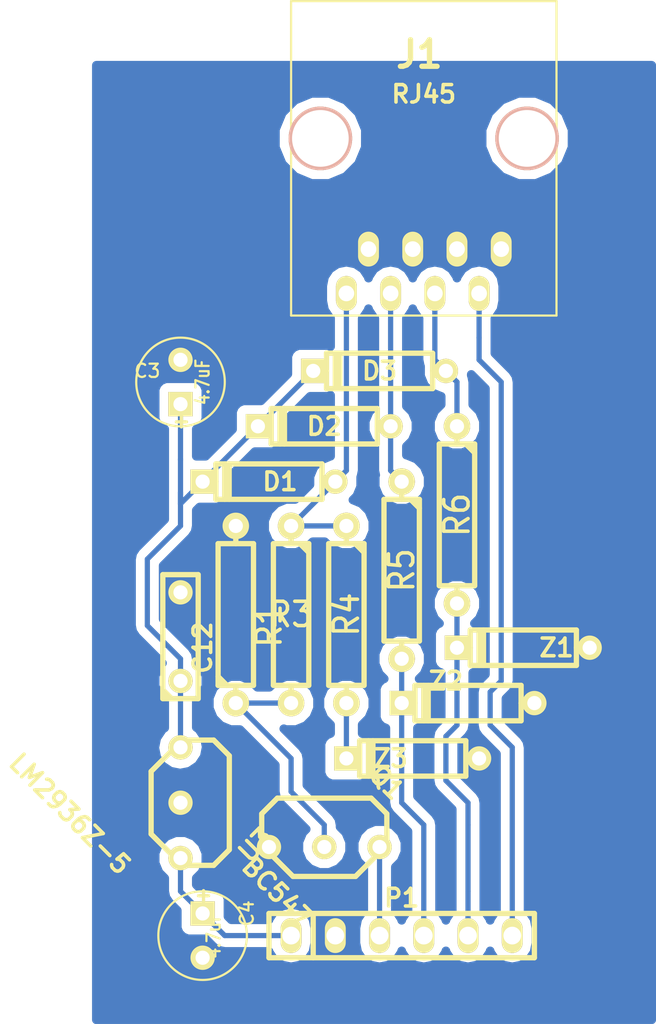
<source format=kicad_pcb>
(kicad_pcb (version 3) (host pcbnew "(2013-jul-07)-stable")

  (general
    (links 36)
    (no_connects 0)
    (area 32.334999 8.272499 95.553635 51.157892)
    (thickness 1.6)
    (drawings 0)
    (tracks 57)
    (zones 0)
    (modules 18)
    (nets 13)
  )

  (page A4 portrait)
  (layers
    (15 F.Cu signal)
    (0 B.Cu signal)
    (17 F.Adhes user)
    (19 F.Paste user)
    (21 F.SilkS user)
    (23 F.Mask user)
    (28 Edge.Cuts user)
  )

  (setup
    (last_trace_width 0.3)
    (trace_clearance 0.3)
    (zone_clearance 0.508)
    (zone_45_only no)
    (trace_min 0.3)
    (segment_width 0.2)
    (edge_width 0.1)
    (via_size 0.8)
    (via_drill 0.7)
    (via_min_size 0.8)
    (via_min_drill 0.508)
    (uvia_size 0.8)
    (uvia_drill 0.7)
    (uvias_allowed no)
    (uvia_min_size 0.508)
    (uvia_min_drill 0.127)
    (pcb_text_width 0.3)
    (pcb_text_size 1.5 1.5)
    (mod_edge_width 0.15)
    (mod_text_size 1 1)
    (mod_text_width 0.15)
    (pad_size 1.2 2)
    (pad_drill 1.016)
    (pad_to_mask_clearance 0.2)
    (solder_mask_min_width 0.3)
    (aux_axis_origin 0 0)
    (visible_elements FFFFFFBF)
    (pcbplotparams
      (layerselection 8388609)
      (usegerberextensions false)
      (excludeedgelayer false)
      (linewidth 0.150000)
      (plotframeref false)
      (viasonmask false)
      (mode 1)
      (useauxorigin false)
      (hpglpennumber 1)
      (hpglpenspeed 20)
      (hpglpendiameter 15)
      (hpglpenoverlay 2)
      (psnegative false)
      (psa4output false)
      (plotreference false)
      (plotvalue true)
      (plotothertext false)
      (plotinvisibletext false)
      (padsonsilk true)
      (subtractmaskfromsilk false)
      (outputformat 5)
      (mirror false)
      (drillshape 0)
      (scaleselection 1)
      (outputdirectory output/))
  )

  (net 0 "")
  (net 1 GND)
  (net 2 N-0000010)
  (net 3 N-0000011)
  (net 4 N-0000012)
  (net 5 N-000002)
  (net 6 N-000003)
  (net 7 N-000004)
  (net 8 N-000006)
  (net 9 N-000007)
  (net 10 N-000008)
  (net 11 N-000009)
  (net 12 VCC)

  (net_class Default "This is the default net class."
    (clearance 0.3)
    (trace_width 0.3)
    (via_dia 0.8)
    (via_drill 0.7)
    (uvia_dia 0.8)
    (uvia_drill 0.7)
    (add_net "")
    (add_net GND)
    (add_net N-0000010)
    (add_net N-0000011)
    (add_net N-0000012)
    (add_net N-000002)
    (add_net N-000003)
    (add_net N-000004)
    (add_net N-000006)
    (add_net N-000007)
    (add_net N-000008)
    (add_net N-000009)
    (add_net VCC)
  )

  (module LM2931 (layer F.Cu) (tedit 53C4574C) (tstamp 523C597B)
    (at 60.325 47.625 45)
    (descr "Regulateur TO92 type lm2931")
    (tags "TR TO92")
    (path /523C4E71)
    (fp_text reference U3 (at 0 3.429 45) (layer F.SilkS)
      (effects (font (size 1.016 1.016) (thickness 0.2032)))
    )
    (fp_text value LM2936Z-5 (at -6.286179 -5.388154 135) (layer F.SilkS)
      (effects (font (size 1.016 1.016) (thickness 0.2032)))
    )
    (fp_line (start -1.27 2.54) (end 2.54 -1.27) (layer F.SilkS) (width 0.3048))
    (fp_line (start 2.54 -1.27) (end 2.54 -2.54) (layer F.SilkS) (width 0.3048))
    (fp_line (start 2.54 -2.54) (end 1.27 -3.81) (layer F.SilkS) (width 0.3048))
    (fp_line (start 1.27 -3.81) (end -1.27 -3.81) (layer F.SilkS) (width 0.3048))
    (fp_line (start -1.27 -3.81) (end -3.81 -1.27) (layer F.SilkS) (width 0.3048))
    (fp_line (start -3.81 -1.27) (end -3.81 1.27) (layer F.SilkS) (width 0.3048))
    (fp_line (start -3.81 1.27) (end -2.54 2.54) (layer F.SilkS) (width 0.3048))
    (fp_line (start -2.54 2.54) (end -1.27 2.54) (layer F.SilkS) (width 0.3048))
    (pad VI thru_hole oval (at 0.898026 -3.592102 45) (size 1.397 1.397) (drill 0.8128)
      (layers *.Cu *.Mask F.SilkS)
      (net 11 N-000009)
    )
    (pad VO thru_hole circle (at -3.592102 0.898025 45) (size 1.397 1.397) (drill 0.8128)
      (layers *.Cu *.Mask F.SilkS)
      (net 12 VCC)
    )
    (pad GND thru_hole circle (at -1.347038 -1.347038 45) (size 1.397 1.397) (drill 0.8128)
      (layers *.Cu *.Mask F.SilkS)
      (net 1 GND)
    )
    (model discret/to98.wrl
      (at (xyz 0 0 0))
      (scale (xyz 1 1 1))
      (rotate (xyz 0 0 0))
    )
  )

  (module RJ45_8   placed (layer F.Cu) (tedit 55951C5D) (tstamp 523C59D9)
    (at 72.39 9.525 180)
    (tags RJ45)
    (path /523C4F5B)
    (fp_text reference J1 (at 0.254 4.826 180) (layer F.SilkS)
      (effects (font (size 1.524 1.524) (thickness 0.3048)))
    )
    (fp_text value RJ45 (at 0 2.54 180) (layer F.SilkS)
      (effects (font (size 1.00076 1.00076) (thickness 0.2032)))
    )
    (fp_line (start -7.62 7.874) (end 7.62 7.874) (layer F.SilkS) (width 0.127))
    (fp_line (start 7.62 7.874) (end 7.62 -10.16) (layer F.SilkS) (width 0.127))
    (fp_line (start 7.62 -10.16) (end -7.62 -10.16) (layer F.SilkS) (width 0.127))
    (fp_line (start -7.62 -10.16) (end -7.62 7.874) (layer F.SilkS) (width 0.127))
    (pad Hole np_thru_hole circle (at 5.93852 0 180) (size 3.64998 3.64998) (drill 3.2512)
      (layers *.Cu *.SilkS *.Mask)
    )
    (pad Hole np_thru_hole circle (at -5.9309 0 180) (size 3.64998 3.64998) (drill 3.2512)
      (layers *.Cu *.SilkS *.Mask)
    )
    (pad 1 thru_hole oval (at -4.445 -6.35 180) (size 1.2 2) (drill 0.89916)
      (layers *.Cu *.Mask F.SilkS)
      (net 1 GND)
    )
    (pad 2 thru_hole oval (at -3.175 -8.89 180) (size 1.2 2) (drill 0.89916)
      (layers *.Cu *.Mask F.SilkS)
      (net 8 N-000006)
    )
    (pad 3 thru_hole oval (at -1.905 -6.35 180) (size 1.2 2) (drill 0.89916)
      (layers *.Cu *.Mask F.SilkS)
      (net 1 GND)
    )
    (pad 4 thru_hole oval (at -0.635 -8.89 180) (size 1.2 2) (drill 0.89916)
      (layers *.Cu *.Mask F.SilkS)
      (net 10 N-000008)
    )
    (pad 5 thru_hole oval (at 0.635 -6.35 180) (size 1.2 2) (drill 0.89916)
      (layers *.Cu *.Mask F.SilkS)
      (net 1 GND)
    )
    (pad 6 thru_hole oval (at 1.905 -8.89 180) (size 1.2 2) (drill 0.89916)
      (layers *.Cu *.Mask F.SilkS)
      (net 9 N-000007)
    )
    (pad 7 thru_hole oval (at 3.175 -6.35 180) (size 1.2 2) (drill 0.89916)
      (layers *.Cu *.Mask F.SilkS)
      (net 1 GND)
    )
    (pad 8 thru_hole oval (at 4.445 -8.89 180) (size 1.2 2) (drill 0.89916)
      (layers *.Cu *.Mask F.SilkS)
      (net 5 N-000002)
    )
    (model connectors/RJ45_8.wrl
      (at (xyz 0 0 0))
      (scale (xyz 0.4 0.4 0.4))
      (rotate (xyz 0 0 0))
    )
  )

  (module D3   placed (layer F.Cu) (tedit 55951CCB) (tstamp 523C596E)
    (at 66.675 26.035 180)
    (descr "Diode 3 pas")
    (tags "DIODE DEV")
    (path /523C4DD5)
    (fp_text reference D2 (at 0 0 180) (layer F.SilkS)
      (effects (font (size 1.016 1.016) (thickness 0.2032)))
    )
    (fp_text value DIODE (at 0 0 180) (layer F.SilkS) hide
      (effects (font (size 1.016 1.016) (thickness 0.2032)))
    )
    (fp_line (start 3.81 0) (end 3.048 0) (layer F.SilkS) (width 0.3048))
    (fp_line (start 3.048 0) (end 3.048 -1.016) (layer F.SilkS) (width 0.3048))
    (fp_line (start 3.048 -1.016) (end -3.048 -1.016) (layer F.SilkS) (width 0.3048))
    (fp_line (start -3.048 -1.016) (end -3.048 0) (layer F.SilkS) (width 0.3048))
    (fp_line (start -3.048 0) (end -3.81 0) (layer F.SilkS) (width 0.3048))
    (fp_line (start -3.048 0) (end -3.048 1.016) (layer F.SilkS) (width 0.3048))
    (fp_line (start -3.048 1.016) (end 3.048 1.016) (layer F.SilkS) (width 0.3048))
    (fp_line (start 3.048 1.016) (end 3.048 0) (layer F.SilkS) (width 0.3048))
    (fp_line (start 2.54 -1.016) (end 2.54 1.016) (layer F.SilkS) (width 0.3048))
    (fp_line (start 2.286 1.016) (end 2.286 -1.016) (layer F.SilkS) (width 0.3048))
    (pad 2 thru_hole rect (at 3.81 0 180) (size 1.397 1.397) (drill 0.8128)
      (layers *.Cu *.Mask F.SilkS)
      (net 11 N-000009)
    )
    (pad 1 thru_hole circle (at -3.81 0 180) (size 1.397 1.397) (drill 0.8128)
      (layers *.Cu *.Mask F.SilkS)
      (net 9 N-000007)
    )
    (model discret/diode.wrl
      (at (xyz 0 0 0))
      (scale (xyz 0.3 0.3 0.3))
      (rotate (xyz 0 0 0))
    )
  )

  (module D3   placed (layer F.Cu) (tedit 53C45991) (tstamp 523C595D)
    (at 69.85 22.86 180)
    (descr "Diode 3 pas")
    (tags "DIODE DEV")
    (path /523C4DDB)
    (fp_text reference D3 (at 0 0 180) (layer F.SilkS)
      (effects (font (size 1.016 1.016) (thickness 0.2032)))
    )
    (fp_text value DIODE (at 0 0 180) (layer F.SilkS) hide
      (effects (font (size 1.016 1.016) (thickness 0.2032)))
    )
    (fp_line (start 3.81 0) (end 3.048 0) (layer F.SilkS) (width 0.3048))
    (fp_line (start 3.048 0) (end 3.048 -1.016) (layer F.SilkS) (width 0.3048))
    (fp_line (start 3.048 -1.016) (end -3.048 -1.016) (layer F.SilkS) (width 0.3048))
    (fp_line (start -3.048 -1.016) (end -3.048 0) (layer F.SilkS) (width 0.3048))
    (fp_line (start -3.048 0) (end -3.81 0) (layer F.SilkS) (width 0.3048))
    (fp_line (start -3.048 0) (end -3.048 1.016) (layer F.SilkS) (width 0.3048))
    (fp_line (start -3.048 1.016) (end 3.048 1.016) (layer F.SilkS) (width 0.3048))
    (fp_line (start 3.048 1.016) (end 3.048 0) (layer F.SilkS) (width 0.3048))
    (fp_line (start 2.54 -1.016) (end 2.54 1.016) (layer F.SilkS) (width 0.3048))
    (fp_line (start 2.286 1.016) (end 2.286 -1.016) (layer F.SilkS) (width 0.3048))
    (pad 2 thru_hole rect (at 3.81 0 180) (size 1.397 1.397) (drill 0.8128)
      (layers *.Cu *.Mask F.SilkS)
      (net 11 N-000009)
    )
    (pad 1 thru_hole circle (at -3.81 0 180) (size 1.397 1.397) (drill 0.8128)
      (layers *.Cu *.Mask F.SilkS)
      (net 10 N-000008)
    )
    (model discret/diode.wrl
      (at (xyz 0 0 0))
      (scale (xyz 0.3 0.3 0.3))
      (rotate (xyz 0 0 0))
    )
  )

  (module D3   placed (layer F.Cu) (tedit 53C4598D) (tstamp 523C594C)
    (at 63.5 29.21 180)
    (descr "Diode 3 pas")
    (tags "DIODE DEV")
    (path /523C4DC8)
    (fp_text reference D1 (at -0.635 0 180) (layer F.SilkS)
      (effects (font (size 1.016 1.016) (thickness 0.2032)))
    )
    (fp_text value DIODE (at 0 0 180) (layer F.SilkS) hide
      (effects (font (size 1.016 1.016) (thickness 0.2032)))
    )
    (fp_line (start 3.81 0) (end 3.048 0) (layer F.SilkS) (width 0.3048))
    (fp_line (start 3.048 0) (end 3.048 -1.016) (layer F.SilkS) (width 0.3048))
    (fp_line (start 3.048 -1.016) (end -3.048 -1.016) (layer F.SilkS) (width 0.3048))
    (fp_line (start -3.048 -1.016) (end -3.048 0) (layer F.SilkS) (width 0.3048))
    (fp_line (start -3.048 0) (end -3.81 0) (layer F.SilkS) (width 0.3048))
    (fp_line (start -3.048 0) (end -3.048 1.016) (layer F.SilkS) (width 0.3048))
    (fp_line (start -3.048 1.016) (end 3.048 1.016) (layer F.SilkS) (width 0.3048))
    (fp_line (start 3.048 1.016) (end 3.048 0) (layer F.SilkS) (width 0.3048))
    (fp_line (start 2.54 -1.016) (end 2.54 1.016) (layer F.SilkS) (width 0.3048))
    (fp_line (start 2.286 1.016) (end 2.286 -1.016) (layer F.SilkS) (width 0.3048))
    (pad 2 thru_hole rect (at 3.81 0 180) (size 1.397 1.397) (drill 0.8128)
      (layers *.Cu *.Mask F.SilkS)
      (net 11 N-000009)
    )
    (pad 1 thru_hole circle (at -3.81 0 180) (size 1.397 1.397) (drill 0.8128)
      (layers *.Cu *.Mask F.SilkS)
      (net 5 N-000002)
    )
    (model discret/diode.wrl
      (at (xyz 0 0 0))
      (scale (xyz 0.3 0.3 0.3))
      (rotate (xyz 0 0 0))
    )
  )

  (module D3   placed (layer F.Cu) (tedit 53D833D0) (tstamp 523C593B)
    (at 71.755 45.085 180)
    (descr "Diode 3 pas")
    (tags "DIODE DEV")
    (path /523C4DC0)
    (fp_text reference Z3 (at 1.27 0 180) (layer F.SilkS)
      (effects (font (size 1.016 1.016) (thickness 0.2032)))
    )
    (fp_text value 5.1V (at 0 0 180) (layer F.SilkS) hide
      (effects (font (size 1.016 1.016) (thickness 0.2032)))
    )
    (fp_line (start 3.81 0) (end 3.048 0) (layer F.SilkS) (width 0.3048))
    (fp_line (start 3.048 0) (end 3.048 -1.016) (layer F.SilkS) (width 0.3048))
    (fp_line (start 3.048 -1.016) (end -3.048 -1.016) (layer F.SilkS) (width 0.3048))
    (fp_line (start -3.048 -1.016) (end -3.048 0) (layer F.SilkS) (width 0.3048))
    (fp_line (start -3.048 0) (end -3.81 0) (layer F.SilkS) (width 0.3048))
    (fp_line (start -3.048 0) (end -3.048 1.016) (layer F.SilkS) (width 0.3048))
    (fp_line (start -3.048 1.016) (end 3.048 1.016) (layer F.SilkS) (width 0.3048))
    (fp_line (start 3.048 1.016) (end 3.048 0) (layer F.SilkS) (width 0.3048))
    (fp_line (start 2.54 -1.016) (end 2.54 1.016) (layer F.SilkS) (width 0.3048))
    (fp_line (start 2.286 1.016) (end 2.286 -1.016) (layer F.SilkS) (width 0.3048))
    (pad 2 thru_hole rect (at 3.81 0 180) (size 1.397 1.397) (drill 0.8128)
      (layers *.Cu *.Mask F.SilkS)
      (net 4 N-0000012)
    )
    (pad 1 thru_hole circle (at -3.81 0 180) (size 1.397 1.397) (drill 0.8128)
      (layers *.Cu *.Mask F.SilkS)
      (net 1 GND)
    )
    (model discret/diode.wrl
      (at (xyz 0 0 0))
      (scale (xyz 0.3 0.3 0.3))
      (rotate (xyz 0 0 0))
    )
  )

  (module D3   placed (layer F.Cu) (tedit 55951EEC) (tstamp 52AA698C)
    (at 74.93 41.91 180)
    (descr "Diode 3 pas")
    (tags "DIODE DEV")
    (path /523C4DBA)
    (fp_text reference Z2 (at 1.27 1.27 180) (layer F.SilkS)
      (effects (font (size 1.016 1.016) (thickness 0.2032)))
    )
    (fp_text value 5.1V (at 0 0 180) (layer F.SilkS) hide
      (effects (font (size 1.016 1.016) (thickness 0.2032)))
    )
    (fp_line (start 3.81 0) (end 3.048 0) (layer F.SilkS) (width 0.3048))
    (fp_line (start 3.048 0) (end 3.048 -1.016) (layer F.SilkS) (width 0.3048))
    (fp_line (start 3.048 -1.016) (end -3.048 -1.016) (layer F.SilkS) (width 0.3048))
    (fp_line (start -3.048 -1.016) (end -3.048 0) (layer F.SilkS) (width 0.3048))
    (fp_line (start -3.048 0) (end -3.81 0) (layer F.SilkS) (width 0.3048))
    (fp_line (start -3.048 0) (end -3.048 1.016) (layer F.SilkS) (width 0.3048))
    (fp_line (start -3.048 1.016) (end 3.048 1.016) (layer F.SilkS) (width 0.3048))
    (fp_line (start 3.048 1.016) (end 3.048 0) (layer F.SilkS) (width 0.3048))
    (fp_line (start 2.54 -1.016) (end 2.54 1.016) (layer F.SilkS) (width 0.3048))
    (fp_line (start 2.286 1.016) (end 2.286 -1.016) (layer F.SilkS) (width 0.3048))
    (pad 2 thru_hole rect (at 3.81 0 180) (size 1.397 1.397) (drill 0.8128)
      (layers *.Cu *.Mask F.SilkS)
      (net 3 N-0000011)
    )
    (pad 1 thru_hole circle (at -3.81 0 180) (size 1.397 1.397) (drill 0.8128)
      (layers *.Cu *.Mask F.SilkS)
      (net 1 GND)
    )
    (model discret/diode.wrl
      (at (xyz 0 0 0))
      (scale (xyz 0.3 0.3 0.3))
      (rotate (xyz 0 0 0))
    )
  )

  (module D3   placed (layer F.Cu) (tedit 55952219) (tstamp 52AA699D)
    (at 78.105 38.735 180)
    (descr "Diode 3 pas")
    (tags "DIODE DEV")
    (path /523C4DAD)
    (fp_text reference Z1 (at -1.905 0 180) (layer F.SilkS)
      (effects (font (size 1.016 1.016) (thickness 0.2032)))
    )
    (fp_text value 5.1V (at 0 0 180) (layer F.SilkS) hide
      (effects (font (size 1.016 1.016) (thickness 0.2032)))
    )
    (fp_line (start 3.81 0) (end 3.048 0) (layer F.SilkS) (width 0.3048))
    (fp_line (start 3.048 0) (end 3.048 -1.016) (layer F.SilkS) (width 0.3048))
    (fp_line (start 3.048 -1.016) (end -3.048 -1.016) (layer F.SilkS) (width 0.3048))
    (fp_line (start -3.048 -1.016) (end -3.048 0) (layer F.SilkS) (width 0.3048))
    (fp_line (start -3.048 0) (end -3.81 0) (layer F.SilkS) (width 0.3048))
    (fp_line (start -3.048 0) (end -3.048 1.016) (layer F.SilkS) (width 0.3048))
    (fp_line (start -3.048 1.016) (end 3.048 1.016) (layer F.SilkS) (width 0.3048))
    (fp_line (start 3.048 1.016) (end 3.048 0) (layer F.SilkS) (width 0.3048))
    (fp_line (start 2.54 -1.016) (end 2.54 1.016) (layer F.SilkS) (width 0.3048))
    (fp_line (start 2.286 1.016) (end 2.286 -1.016) (layer F.SilkS) (width 0.3048))
    (pad 2 thru_hole rect (at 3.81 0 180) (size 1.397 1.397) (drill 0.8128)
      (layers *.Cu *.Mask F.SilkS)
      (net 2 N-0000010)
    )
    (pad 1 thru_hole circle (at -3.81 0 180) (size 1.397 1.397) (drill 0.8128)
      (layers *.Cu *.Mask F.SilkS)
      (net 1 GND)
    )
    (model discret/diode.wrl
      (at (xyz 0 0 0))
      (scale (xyz 0.3 0.3 0.3))
      (rotate (xyz 0 0 0))
    )
  )

  (module C2   placed (layer F.Cu) (tedit 52AA6133) (tstamp 523C58DE)
    (at 58.42 38.1 90)
    (descr "Condensateur = 2 pas")
    (tags C)
    (path /523C4E3E)
    (fp_text reference C12 (at -0.635 1.27 90) (layer F.SilkS)
      (effects (font (size 1.016 1.016) (thickness 0.2032)))
    )
    (fp_text value 100nF (at 0 0 90) (layer F.SilkS) hide
      (effects (font (size 1.016 1.016) (thickness 0.2032)))
    )
    (fp_line (start -3.556 -1.016) (end 3.556 -1.016) (layer F.SilkS) (width 0.3048))
    (fp_line (start 3.556 -1.016) (end 3.556 1.016) (layer F.SilkS) (width 0.3048))
    (fp_line (start 3.556 1.016) (end -3.556 1.016) (layer F.SilkS) (width 0.3048))
    (fp_line (start -3.556 1.016) (end -3.556 -1.016) (layer F.SilkS) (width 0.3048))
    (fp_line (start -3.556 -0.508) (end -3.048 -1.016) (layer F.SilkS) (width 0.3048))
    (pad 1 thru_hole circle (at -2.54 0 90) (size 1.397 1.397) (drill 0.8128)
      (layers *.Cu *.Mask F.SilkS)
      (net 11 N-000009)
    )
    (pad 2 thru_hole circle (at 2.54 0 90) (size 1.397 1.397) (drill 0.8128)
      (layers *.Cu *.Mask F.SilkS)
      (net 1 GND)
    )
    (model discret/capa_2pas_5x5mm.wrl
      (at (xyz 0 0 0))
      (scale (xyz 1 1 1))
      (rotate (xyz 0 0 0))
    )
  )

  (module PIN_ARRAY-6X1 (layer F.Cu) (tedit 559523C7) (tstamp 523C5985)
    (at 71.12 55.245)
    (descr "Connecteur 6 pins")
    (tags "CONN DEV")
    (path /523C5443)
    (fp_text reference P1 (at 0 -2.159) (layer F.SilkS)
      (effects (font (size 1.016 1.016) (thickness 0.2032)))
    )
    (fp_text value CONN_6 (at 0 2.159) (layer F.SilkS) hide
      (effects (font (size 1.016 0.889) (thickness 0.2032)))
    )
    (fp_line (start -7.62 1.27) (end -7.62 -1.27) (layer F.SilkS) (width 0.3048))
    (fp_line (start -7.62 -1.27) (end 7.62 -1.27) (layer F.SilkS) (width 0.3048))
    (fp_line (start 7.62 -1.27) (end 7.62 1.27) (layer F.SilkS) (width 0.3048))
    (fp_line (start 7.62 1.27) (end -7.62 1.27) (layer F.SilkS) (width 0.3048))
    (fp_line (start -5.08 1.27) (end -5.08 -1.27) (layer F.SilkS) (width 0.3048))
    (pad 1 thru_hole oval (at -3.81 0) (size 1.2 2) (drill 1.016)
      (layers *.Cu *.Mask F.SilkS)
      (net 1 GND)
    )
    (pad 2 thru_hole oval (at -6.35 0) (size 1.2 2) (drill 1.016)
      (layers *.Cu *.Mask F.SilkS)
      (net 12 VCC)
    )
    (pad 3 thru_hole oval (at 3.81 0) (size 1.2 2) (drill 1.016)
      (layers *.Cu *.Mask F.SilkS)
      (net 2 N-0000010)
    )
    (pad 4 thru_hole oval (at 1.27 0) (size 1.2 2) (drill 1.016)
      (layers *.Cu *.Mask F.SilkS)
      (net 3 N-0000011)
    )
    (pad 5 thru_hole oval (at 6.35 0) (size 1.2 2) (drill 1.016)
      (layers *.Cu *.Mask F.SilkS)
      (net 8 N-000006)
    )
    (pad 6 thru_hole oval (at -1.27 0) (size 1.2 2) (drill 1.016)
      (layers *.Cu *.Mask F.SilkS)
      (net 7 N-000004)
    )
    (model pin_array/pins_array_6x1.wrl
      (at (xyz 0 0 0))
      (scale (xyz 1 1 1))
      (rotate (xyz 0 0 0))
    )
  )

  (module TO92 (layer F.Cu) (tedit 53C454D5) (tstamp 523C5908)
    (at 66.675 48.26 135)
    (descr "Transistor TO92 brochage type BC237")
    (tags "TR TO92")
    (path /523C4E04)
    (fp_text reference Q1 (at -1.27 3.81 135) (layer F.SilkS)
      (effects (font (size 1.016 1.016) (thickness 0.2032)))
    )
    (fp_text value BC547 (at -1.27 -5.08 135) (layer F.SilkS)
      (effects (font (size 1.016 1.016) (thickness 0.2032)))
    )
    (fp_line (start -1.27 2.54) (end 2.54 -1.27) (layer F.SilkS) (width 0.3048))
    (fp_line (start 2.54 -1.27) (end 2.54 -2.54) (layer F.SilkS) (width 0.3048))
    (fp_line (start 2.54 -2.54) (end 1.27 -3.81) (layer F.SilkS) (width 0.3048))
    (fp_line (start 1.27 -3.81) (end -1.27 -3.81) (layer F.SilkS) (width 0.3048))
    (fp_line (start -1.27 -3.81) (end -3.81 -1.27) (layer F.SilkS) (width 0.3048))
    (fp_line (start -3.81 -1.27) (end -3.81 1.27) (layer F.SilkS) (width 0.3048))
    (fp_line (start -3.81 1.27) (end -2.54 2.54) (layer F.SilkS) (width 0.3048))
    (fp_line (start -2.54 2.54) (end -1.27 2.54) (layer F.SilkS) (width 0.3048))
    (pad 1 thru_hole oval (at 0.898025 -3.592103 135) (size 1.397 1.397) (drill 0.8128)
      (layers *.Cu *.Mask F.SilkS)
      (net 1 GND)
    )
    (pad 2 thru_hole circle (at -1.347039 -1.347039 135) (size 1.397 1.397) (drill 0.8128)
      (layers *.Cu *.Mask F.SilkS)
      (net 6 N-000003)
    )
    (pad 3 thru_hole circle (at -3.592102 0.898026 135) (size 1.397 1.397) (drill 0.8128)
      (layers *.Cu *.Mask F.SilkS)
      (net 7 N-000004)
    )
    (model discret/to98.wrl
      (at (xyz 0 0 0))
      (scale (xyz 1 1 1))
      (rotate (xyz 0 0 0))
    )
  )

  (module R4 (layer F.Cu) (tedit 5595218A) (tstamp 52AA695B)
    (at 71.12 34.29 270)
    (descr "Resitance 4 pas")
    (tags R)
    (path /523C4D8E)
    (autoplace_cost180 10)
    (fp_text reference R5 (at 0 0 270) (layer F.SilkS)
      (effects (font (size 1.397 1.27) (thickness 0.2032)))
    )
    (fp_text value 4.7K (at 0 0 270) (layer F.SilkS) hide
      (effects (font (size 1.397 1.27) (thickness 0.2032)))
    )
    (fp_line (start -5.08 0) (end -4.064 0) (layer F.SilkS) (width 0.3048))
    (fp_line (start -4.064 0) (end -4.064 -1.016) (layer F.SilkS) (width 0.3048))
    (fp_line (start -4.064 -1.016) (end 4.064 -1.016) (layer F.SilkS) (width 0.3048))
    (fp_line (start 4.064 -1.016) (end 4.064 1.016) (layer F.SilkS) (width 0.3048))
    (fp_line (start 4.064 1.016) (end -4.064 1.016) (layer F.SilkS) (width 0.3048))
    (fp_line (start -4.064 1.016) (end -4.064 0) (layer F.SilkS) (width 0.3048))
    (fp_line (start -4.064 -0.508) (end -3.556 -1.016) (layer F.SilkS) (width 0.3048))
    (fp_line (start 5.08 0) (end 4.064 0) (layer F.SilkS) (width 0.3048))
    (pad 1 thru_hole circle (at -5.08 0 270) (size 1.524 1.524) (drill 0.8128)
      (layers *.Cu *.Mask F.SilkS)
      (net 9 N-000007)
    )
    (pad 2 thru_hole circle (at 5.08 0 270) (size 1.524 1.524) (drill 0.8128)
      (layers *.Cu *.Mask F.SilkS)
      (net 3 N-0000011)
    )
    (model discret/resistor.wrl
      (at (xyz 0 0 0))
      (scale (xyz 0.4 0.4 0.4))
      (rotate (xyz 0 0 0))
    )
  )

  (module R4 (layer F.Cu) (tedit 55952187) (tstamp 52AA696A)
    (at 74.295 31.115 270)
    (descr "Resitance 4 pas")
    (tags R)
    (path /523C4D94)
    (autoplace_cost180 10)
    (fp_text reference R6 (at 0 0 270) (layer F.SilkS)
      (effects (font (size 1.397 1.27) (thickness 0.2032)))
    )
    (fp_text value 4.7K (at 0 0 270) (layer F.SilkS) hide
      (effects (font (size 1.397 1.27) (thickness 0.2032)))
    )
    (fp_line (start -5.08 0) (end -4.064 0) (layer F.SilkS) (width 0.3048))
    (fp_line (start -4.064 0) (end -4.064 -1.016) (layer F.SilkS) (width 0.3048))
    (fp_line (start -4.064 -1.016) (end 4.064 -1.016) (layer F.SilkS) (width 0.3048))
    (fp_line (start 4.064 -1.016) (end 4.064 1.016) (layer F.SilkS) (width 0.3048))
    (fp_line (start 4.064 1.016) (end -4.064 1.016) (layer F.SilkS) (width 0.3048))
    (fp_line (start -4.064 1.016) (end -4.064 0) (layer F.SilkS) (width 0.3048))
    (fp_line (start -4.064 -0.508) (end -3.556 -1.016) (layer F.SilkS) (width 0.3048))
    (fp_line (start 5.08 0) (end 4.064 0) (layer F.SilkS) (width 0.3048))
    (pad 1 thru_hole circle (at -5.08 0 270) (size 1.524 1.524) (drill 0.8128)
      (layers *.Cu *.Mask F.SilkS)
      (net 10 N-000008)
    )
    (pad 2 thru_hole circle (at 5.08 0 270) (size 1.524 1.524) (drill 0.8128)
      (layers *.Cu *.Mask F.SilkS)
      (net 2 N-0000010)
    )
    (model discret/resistor.wrl
      (at (xyz 0 0 0))
      (scale (xyz 0.4 0.4 0.4))
      (rotate (xyz 0 0 0))
    )
  )

  (module R4 (layer F.Cu) (tedit 55952203) (tstamp 523C59A8)
    (at 64.77 36.83 270)
    (descr "Resitance 4 pas")
    (tags R)
    (path /523C4D9A)
    (autoplace_cost180 10)
    (fp_text reference R3 (at 0 0 360) (layer F.SilkS)
      (effects (font (size 1.397 1.27) (thickness 0.2032)))
    )
    (fp_text value 10K (at 0 0 270) (layer F.SilkS) hide
      (effects (font (size 1.397 1.27) (thickness 0.2032)))
    )
    (fp_line (start -5.08 0) (end -4.064 0) (layer F.SilkS) (width 0.3048))
    (fp_line (start -4.064 0) (end -4.064 -1.016) (layer F.SilkS) (width 0.3048))
    (fp_line (start -4.064 -1.016) (end 4.064 -1.016) (layer F.SilkS) (width 0.3048))
    (fp_line (start 4.064 -1.016) (end 4.064 1.016) (layer F.SilkS) (width 0.3048))
    (fp_line (start 4.064 1.016) (end -4.064 1.016) (layer F.SilkS) (width 0.3048))
    (fp_line (start -4.064 1.016) (end -4.064 0) (layer F.SilkS) (width 0.3048))
    (fp_line (start -4.064 -0.508) (end -3.556 -1.016) (layer F.SilkS) (width 0.3048))
    (fp_line (start 5.08 0) (end 4.064 0) (layer F.SilkS) (width 0.3048))
    (pad 1 thru_hole circle (at -5.08 0 270) (size 1.524 1.524) (drill 0.8128)
      (layers *.Cu *.Mask F.SilkS)
      (net 5 N-000002)
    )
    (pad 2 thru_hole circle (at 5.08 0 270) (size 1.524 1.524) (drill 0.8128)
      (layers *.Cu *.Mask F.SilkS)
      (net 6 N-000003)
    )
    (model discret/resistor.wrl
      (at (xyz 0 0 0))
      (scale (xyz 0.4 0.4 0.4))
      (rotate (xyz 0 0 0))
    )
  )

  (module R4 (layer F.Cu) (tedit 53C45670) (tstamp 523C5999)
    (at 61.595 36.83 90)
    (descr "Resitance 4 pas")
    (tags R)
    (path /523C4DA0)
    (autoplace_cost180 10)
    (fp_text reference R1 (at -0.635 1.905 90) (layer F.SilkS)
      (effects (font (size 1.397 1.27) (thickness 0.2032)))
    )
    (fp_text value 15K (at 0 0 90) (layer F.SilkS) hide
      (effects (font (size 1.397 1.27) (thickness 0.2032)))
    )
    (fp_line (start -5.08 0) (end -4.064 0) (layer F.SilkS) (width 0.3048))
    (fp_line (start -4.064 0) (end -4.064 -1.016) (layer F.SilkS) (width 0.3048))
    (fp_line (start -4.064 -1.016) (end 4.064 -1.016) (layer F.SilkS) (width 0.3048))
    (fp_line (start 4.064 -1.016) (end 4.064 1.016) (layer F.SilkS) (width 0.3048))
    (fp_line (start 4.064 1.016) (end -4.064 1.016) (layer F.SilkS) (width 0.3048))
    (fp_line (start -4.064 1.016) (end -4.064 0) (layer F.SilkS) (width 0.3048))
    (fp_line (start -4.064 -0.508) (end -3.556 -1.016) (layer F.SilkS) (width 0.3048))
    (fp_line (start 5.08 0) (end 4.064 0) (layer F.SilkS) (width 0.3048))
    (pad 1 thru_hole circle (at -5.08 0 90) (size 1.524 1.524) (drill 0.8128)
      (layers *.Cu *.Mask F.SilkS)
      (net 6 N-000003)
    )
    (pad 2 thru_hole circle (at 5.08 0 90) (size 1.524 1.524) (drill 0.8128)
      (layers *.Cu *.Mask F.SilkS)
      (net 1 GND)
    )
    (model discret/resistor.wrl
      (at (xyz 0 0 0))
      (scale (xyz 0.4 0.4 0.4))
      (rotate (xyz 0 0 0))
    )
  )

  (module R4 (layer F.Cu) (tedit 5595218C) (tstamp 523C598A)
    (at 67.945 36.83 270)
    (descr "Resitance 4 pas")
    (tags R)
    (path /523C4D70)
    (autoplace_cost180 10)
    (fp_text reference R4 (at 0 0 270) (layer F.SilkS)
      (effects (font (size 1.397 1.27) (thickness 0.2032)))
    )
    (fp_text value 4.7K (at 0 0 270) (layer F.SilkS) hide
      (effects (font (size 1.397 1.27) (thickness 0.2032)))
    )
    (fp_line (start -5.08 0) (end -4.064 0) (layer F.SilkS) (width 0.3048))
    (fp_line (start -4.064 0) (end -4.064 -1.016) (layer F.SilkS) (width 0.3048))
    (fp_line (start -4.064 -1.016) (end 4.064 -1.016) (layer F.SilkS) (width 0.3048))
    (fp_line (start 4.064 -1.016) (end 4.064 1.016) (layer F.SilkS) (width 0.3048))
    (fp_line (start 4.064 1.016) (end -4.064 1.016) (layer F.SilkS) (width 0.3048))
    (fp_line (start -4.064 1.016) (end -4.064 0) (layer F.SilkS) (width 0.3048))
    (fp_line (start -4.064 -0.508) (end -3.556 -1.016) (layer F.SilkS) (width 0.3048))
    (fp_line (start 5.08 0) (end 4.064 0) (layer F.SilkS) (width 0.3048))
    (pad 1 thru_hole circle (at -5.08 0 270) (size 1.524 1.524) (drill 0.8128)
      (layers *.Cu *.Mask F.SilkS)
      (net 5 N-000002)
    )
    (pad 2 thru_hole circle (at 5.08 0 270) (size 1.524 1.524) (drill 0.8128)
      (layers *.Cu *.Mask F.SilkS)
      (net 4 N-0000012)
    )
    (model discret/resistor.wrl
      (at (xyz 0 0 0))
      (scale (xyz 0.4 0.4 0.4))
      (rotate (xyz 0 0 0))
    )
  )

  (module C1V5 (layer F.Cu) (tedit 55952122) (tstamp 523C58F8)
    (at 58.42 23.495 90)
    (descr "Condensateur e = 1 pas")
    (tags C)
    (path /523C4E2F)
    (fp_text reference C3 (at 0.635 -1.905 180) (layer F.SilkS)
      (effects (font (size 0.762 0.762) (thickness 0.127)))
    )
    (fp_text value 4.7uF (at 0 1.27 90) (layer F.SilkS)
      (effects (font (size 0.762 0.635) (thickness 0.127)))
    )
    (fp_text user + (at -2.286 0 90) (layer F.SilkS)
      (effects (font (size 0.762 0.762) (thickness 0.2032)))
    )
    (fp_circle (center 0 0) (end 0.127 -2.54) (layer F.SilkS) (width 0.127))
    (pad 1 thru_hole rect (at -1.27 0 90) (size 1.397 1.397) (drill 0.8128)
      (layers *.Cu *.Mask F.SilkS)
      (net 11 N-000009)
    )
    (pad 2 thru_hole circle (at 1.27 0 90) (size 1.397 1.397) (drill 0.8128)
      (layers *.Cu *.Mask F.SilkS)
      (net 1 GND)
    )
    (model discret/c_vert_c1v5.wrl
      (at (xyz 0 0 0))
      (scale (xyz 1 1 1))
      (rotate (xyz 0 0 0))
    )
  )

  (module C1V5 (layer F.Cu) (tedit 559522F0) (tstamp 523C58EB)
    (at 59.69 55.245 270)
    (descr "Condensateur e = 1 pas")
    (tags C)
    (path /523C51C1)
    (fp_text reference C4 (at -1.27 -2.54 270) (layer F.SilkS)
      (effects (font (size 0.762 0.762) (thickness 0.127)))
    )
    (fp_text value 4.7uF (at 0 -0.635 270) (layer F.SilkS)
      (effects (font (size 0.762 0.635) (thickness 0.127)))
    )
    (fp_text user + (at -2.286 0 270) (layer F.SilkS)
      (effects (font (size 0.762 0.762) (thickness 0.2032)))
    )
    (fp_circle (center 0 0) (end 0.127 -2.54) (layer F.SilkS) (width 0.127))
    (pad 1 thru_hole rect (at -1.27 0 270) (size 1.397 1.397) (drill 0.8128)
      (layers *.Cu *.Mask F.SilkS)
      (net 12 VCC)
    )
    (pad 2 thru_hole circle (at 1.27 0 270) (size 1.397 1.397) (drill 0.8128)
      (layers *.Cu *.Mask F.SilkS)
      (net 1 GND)
    )
    (model discret/c_vert_c1v5.wrl
      (at (xyz 0 0 0))
      (scale (xyz 1 1 1))
      (rotate (xyz 0 0 0))
    )
  )

  (segment (start 73.66 46.355) (end 74.93 47.625) (width 0.3) (layer B.Cu) (net 2))
  (segment (start 74.93 47.625) (end 74.93 48.895) (width 0.3) (layer B.Cu) (net 2) (tstamp 55952781))
  (segment (start 74.93 48.895) (end 74.93 52.705) (width 0.3) (layer B.Cu) (net 2) (tstamp 5595277B))
  (segment (start 74.295 38.735) (end 74.295 43.18) (width 0.3) (layer B.Cu) (net 2) (status 400000))
  (segment (start 74.93 52.705) (end 74.93 55.245) (width 0.3) (layer B.Cu) (net 2) (tstamp 55952744) (status 800000))
  (segment (start 73.66 43.815) (end 73.66 46.355) (width 0.3) (layer B.Cu) (net 2) (tstamp 55952741))
  (segment (start 74.295 43.18) (end 73.66 43.815) (width 0.3) (layer B.Cu) (net 2) (tstamp 5595273F))
  (segment (start 74.295 36.195) (end 74.295 38.735) (width 0.3) (layer B.Cu) (net 2) (status C00000))
  (segment (start 71.12 41.91) (end 71.12 47.625) (width 0.3) (layer B.Cu) (net 3))
  (segment (start 72.39 48.895) (end 72.39 55.245) (width 0.3) (layer B.Cu) (net 3) (tstamp 5595271B))
  (segment (start 71.12 47.625) (end 72.39 48.895) (width 0.3) (layer B.Cu) (net 3) (tstamp 55952719))
  (segment (start 71.12 39.37) (end 71.12 41.91) (width 0.3) (layer B.Cu) (net 3))
  (segment (start 67.945 41.91) (end 67.945 45.085) (width 0.3) (layer B.Cu) (net 4))
  (segment (start 64.77 31.75) (end 67.945 31.75) (width 0.3) (layer B.Cu) (net 5))
  (segment (start 67.31 29.21) (end 64.77 31.75) (width 0.3) (layer B.Cu) (net 5))
  (segment (start 67.945 18.415) (end 67.945 28.575) (width 0.3) (layer B.Cu) (net 5))
  (segment (start 67.945 28.575) (end 67.31 29.21) (width 0.3) (layer B.Cu) (net 5) (tstamp 559523E7))
  (segment (start 61.595 41.91) (end 64.77 45.085) (width 0.3) (layer B.Cu) (net 6) (status 400000))
  (segment (start 64.77 45.085) (end 64.77 46.99) (width 0.3) (layer B.Cu) (net 6) (tstamp 5595276A))
  (segment (start 66.675 50.165001) (end 66.675 48.895) (width 0.3) (layer B.Cu) (net 6) (status 400000))
  (segment (start 66.675 48.895) (end 64.77 46.99) (width 0.3) (layer B.Cu) (net 6) (tstamp 55952764))
  (segment (start 64.77 41.91) (end 61.595 41.91) (width 0.3) (layer B.Cu) (net 6))
  (segment (start 69.85 55.245) (end 69.85 50.164999) (width 0.3) (layer B.Cu) (net 7))
  (segment (start 77.47 44.45) (end 76.2 43.18) (width 0.3) (layer B.Cu) (net 8))
  (segment (start 76.2 41.275) (end 76.835 40.64) (width 0.3) (layer B.Cu) (net 8) (tstamp 55952788))
  (segment (start 76.2 43.18) (end 76.2 41.275) (width 0.3) (layer B.Cu) (net 8) (tstamp 55952787))
  (segment (start 77.47 55.245) (end 77.47 44.45) (width 0.3) (layer B.Cu) (net 8) (status 400000))
  (segment (start 75.565 22.225) (end 75.565 20.955) (width 0.3) (layer B.Cu) (net 8) (tstamp 55952752))
  (segment (start 76.835 23.495) (end 75.565 22.225) (width 0.3) (layer B.Cu) (net 8) (tstamp 55952750))
  (segment (start 76.835 40.64) (end 76.835 23.495) (width 0.3) (layer B.Cu) (net 8) (tstamp 5595278B))
  (segment (start 75.565 18.415) (end 75.565 20.955) (width 0.3) (layer B.Cu) (net 8) (status 400000))
  (segment (start 70.485 26.035) (end 70.485 18.415) (width 0.3) (layer B.Cu) (net 9))
  (segment (start 70.485 26.035) (end 70.485 28.575) (width 0.3) (layer B.Cu) (net 9))
  (segment (start 70.485 28.575) (end 71.12 29.21) (width 0.3) (layer B.Cu) (net 9) (tstamp 5595215F))
  (segment (start 73.025 18.415) (end 73.025 22.225) (width 0.3) (layer B.Cu) (net 10))
  (segment (start 73.025 22.225) (end 73.66 22.86) (width 0.3) (layer B.Cu) (net 10) (tstamp 559523E4))
  (segment (start 74.295 26.035) (end 74.295 23.495) (width 0.3) (layer B.Cu) (net 10))
  (segment (start 74.295 23.495) (end 73.66 22.86) (width 0.3) (layer B.Cu) (net 10) (tstamp 5595232A))
  (segment (start 58.42 40.64) (end 58.42 44.449999) (width 0.3) (layer B.Cu) (net 11))
  (segment (start 58.42 44.449999) (end 58.420001 44.45) (width 0.3) (layer B.Cu) (net 11) (tstamp 559525EA))
  (segment (start 57.15 33.02) (end 56.515 33.655) (width 0.3) (layer B.Cu) (net 11))
  (segment (start 58.42 31.75) (end 57.15 33.02) (width 0.3) (layer B.Cu) (net 11) (tstamp 559525DA))
  (segment (start 58.42 29.845) (end 58.42 31.75) (width 0.3) (layer B.Cu) (net 11) (tstamp 559525E2))
  (segment (start 58.42 39.37) (end 58.42 40.64) (width 0.3) (layer B.Cu) (net 11) (tstamp 559525E6))
  (segment (start 56.515 37.465) (end 58.42 39.37) (width 0.3) (layer B.Cu) (net 11) (tstamp 559525E5))
  (segment (start 56.515 33.655) (end 56.515 37.465) (width 0.3) (layer B.Cu) (net 11) (tstamp 559525E4))
  (segment (start 59.69 29.21) (end 58.42 30.48) (width 0.3) (layer B.Cu) (net 11))
  (segment (start 58.42 30.48) (end 58.42 29.845) (width 0.3) (layer B.Cu) (net 11) (tstamp 559525DF))
  (segment (start 58.42 27.94) (end 58.42 29.845) (width 0.3) (layer B.Cu) (net 11))
  (segment (start 58.42 24.765) (end 58.42 27.94) (width 0.3) (layer B.Cu) (net 11))
  (segment (start 66.04 22.86) (end 62.865 26.035) (width 0.3) (layer B.Cu) (net 11))
  (segment (start 62.865 26.035) (end 59.69 29.21) (width 0.3) (layer B.Cu) (net 11) (tstamp 55951D6A))
  (segment (start 59.69 29.21) (end 60.325 29.21) (width 0.3) (layer B.Cu) (net 11) (tstamp 55951D6C))
  (segment (start 59.69 53.975) (end 60.96 55.245) (width 0.3) (layer B.Cu) (net 12))
  (segment (start 60.96 55.245) (end 64.77 55.245) (width 0.3) (layer B.Cu) (net 12) (tstamp 5595264B))
  (segment (start 58.42 50.799999) (end 58.42 52.705) (width 0.3) (layer B.Cu) (net 12))
  (segment (start 58.42 52.705) (end 59.69 53.975) (width 0.3) (layer B.Cu) (net 12) (tstamp 55952619))

  (zone (net 1) (net_name GND) (layer B.Cu) (tstamp 55952771) (hatch edge 0.508)
    (connect_pads yes (clearance 0.508))
    (min_thickness 0.5)
    (fill (arc_segments 16) (thermal_gap 0.508) (thermal_bridge_width 0.508))
    (polygon
      (pts
        (xy 53.34 5.08) (xy 53.34 60.325) (xy 85.725 60.325) (xy 85.725 5.08)
      )
    )
    (filled_polygon
      (pts
        (xy 85.475 60.075) (xy 80.904337 60.075) (xy 80.904337 9.013466) (xy 80.511929 8.063766) (xy 79.785956 7.336525)
        (xy 78.836942 6.94246) (xy 77.809366 6.941563) (xy 76.859666 7.333971) (xy 76.132425 8.059944) (xy 75.73836 9.008958)
        (xy 75.737463 10.036534) (xy 76.129871 10.986234) (xy 76.855844 11.713475) (xy 77.804858 12.10754) (xy 78.832434 12.108437)
        (xy 79.782134 11.716029) (xy 80.509375 10.990056) (xy 80.90344 10.041042) (xy 80.904337 9.013466) (xy 80.904337 60.075)
        (xy 78.828 60.075) (xy 78.828 55.679441) (xy 78.828 54.810559) (xy 78.724628 54.290875) (xy 78.430251 53.850308)
        (xy 78.378 53.815395) (xy 78.378 44.45) (xy 78.308883 44.102523) (xy 78.112053 43.807947) (xy 77.108 42.803894)
        (xy 77.108 41.651106) (xy 77.477053 41.282053) (xy 77.673883 40.987477) (xy 77.743 40.64) (xy 77.743 23.495)
        (xy 77.673883 23.147523) (xy 77.477053 22.852947) (xy 76.473 21.848894) (xy 76.473 20.955) (xy 76.473 19.844604)
        (xy 76.525251 19.809692) (xy 76.819628 19.369125) (xy 76.923 18.849441) (xy 76.923 17.980559) (xy 76.819628 17.460875)
        (xy 76.525251 17.020308) (xy 76.084684 16.725931) (xy 75.565 16.622559) (xy 75.045316 16.725931) (xy 74.604749 17.020308)
        (xy 74.310372 17.460875) (xy 74.295 17.538154) (xy 74.279628 17.460875) (xy 73.985251 17.020308) (xy 73.544684 16.725931)
        (xy 73.025 16.622559) (xy 72.505316 16.725931) (xy 72.064749 17.020308) (xy 71.770372 17.460875) (xy 71.755 17.538154)
        (xy 71.739628 17.460875) (xy 71.445251 17.020308) (xy 71.004684 16.725931) (xy 70.485 16.622559) (xy 69.965316 16.725931)
        (xy 69.524749 17.020308) (xy 69.230372 17.460875) (xy 69.215 17.538154) (xy 69.199628 17.460875) (xy 69.034917 17.214367)
        (xy 69.034917 9.013466) (xy 68.642509 8.063766) (xy 67.916536 7.336525) (xy 66.967522 6.94246) (xy 65.939946 6.941563)
        (xy 64.990246 7.333971) (xy 64.263005 8.059944) (xy 63.86894 9.008958) (xy 63.868043 10.036534) (xy 64.260451 10.986234)
        (xy 64.986424 11.713475) (xy 65.935438 12.10754) (xy 66.963014 12.108437) (xy 67.912714 11.716029) (xy 68.639955 10.990056)
        (xy 69.03402 10.041042) (xy 69.034917 9.013466) (xy 69.034917 17.214367) (xy 68.905251 17.020308) (xy 68.464684 16.725931)
        (xy 67.945 16.622559) (xy 67.425316 16.725931) (xy 66.984749 17.020308) (xy 66.690372 17.460875) (xy 66.587 17.980559)
        (xy 66.587 18.849441) (xy 66.690372 19.369125) (xy 66.984749 19.809692) (xy 67.037 19.844604) (xy 67.037 21.464698)
        (xy 66.889937 21.403632) (xy 66.588386 21.403369) (xy 65.191386 21.403369) (xy 64.912689 21.518524) (xy 64.699274 21.731567)
        (xy 64.583632 22.010063) (xy 64.583369 22.311614) (xy 64.583369 23.032525) (xy 63.037525 24.578369) (xy 62.016386 24.578369)
        (xy 61.737689 24.693524) (xy 61.524274 24.906567) (xy 61.408632 25.185063) (xy 61.408369 25.486614) (xy 61.408369 26.207525)
        (xy 59.862525 27.753369) (xy 59.328 27.753369) (xy 59.328 26.197093) (xy 59.547311 26.106476) (xy 59.760726 25.893433)
        (xy 59.876368 25.614937) (xy 59.876631 25.313386) (xy 59.876631 23.916386) (xy 59.761476 23.637689) (xy 59.548433 23.424274)
        (xy 59.269937 23.308632) (xy 58.968386 23.308369) (xy 57.571386 23.308369) (xy 57.292689 23.423524) (xy 57.079274 23.636567)
        (xy 56.963632 23.915063) (xy 56.963369 24.216614) (xy 56.963369 25.613614) (xy 57.078524 25.892311) (xy 57.291567 26.105726)
        (xy 57.512 26.197258) (xy 57.512 27.94) (xy 57.512 29.845) (xy 57.512 30.48) (xy 57.512 31.373894)
        (xy 56.507947 32.377947) (xy 55.872947 33.012947) (xy 55.676117 33.307523) (xy 55.607 33.655) (xy 55.607 37.465)
        (xy 55.676117 37.812477) (xy 55.872947 38.107053) (xy 57.383039 39.617145) (xy 57.18596 39.813882) (xy 56.963754 40.349013)
        (xy 56.963248 40.928445) (xy 57.18452 41.463963) (xy 57.512 41.792014) (xy 57.512 43.331952) (xy 57.410277 43.399922)
        (xy 57.369923 43.440276) (xy 57.054193 43.912798) (xy 56.943324 44.470177) (xy 57.054193 45.027556) (xy 57.369923 45.500078)
        (xy 57.842445 45.815808) (xy 58.399824 45.926677) (xy 58.957203 45.815808) (xy 59.429725 45.500078) (xy 59.470079 45.459724)
        (xy 59.785808 44.987202) (xy 59.896678 44.429823) (xy 59.785808 43.872444) (xy 59.470079 43.399922) (xy 59.328 43.304987)
        (xy 59.328 41.791589) (xy 59.65404 41.466118) (xy 59.876246 40.930987) (xy 59.876752 40.351555) (xy 59.65548 39.816037)
        (xy 59.328 39.487985) (xy 59.328 39.37) (xy 59.327999 39.369999) (xy 59.258883 39.022523) (xy 59.062053 38.727947)
        (xy 59.062052 38.727946) (xy 57.423 37.088894) (xy 57.423 34.031106) (xy 57.792053 33.662053) (xy 59.062053 32.392053)
        (xy 59.258883 32.097477) (xy 59.328 31.75) (xy 59.328 30.856106) (xy 59.517475 30.666631) (xy 60.538614 30.666631)
        (xy 60.817311 30.551476) (xy 61.030726 30.338433) (xy 61.146368 30.059937) (xy 61.146631 29.758386) (xy 61.146631 29.583296)
        (xy 61.163883 29.557477) (xy 61.233 29.21) (xy 61.190046 28.994059) (xy 62.692475 27.491631) (xy 63.713614 27.491631)
        (xy 63.992311 27.376476) (xy 64.205726 27.163433) (xy 64.321368 26.884937) (xy 64.321631 26.583386) (xy 64.321631 25.862475)
        (xy 65.867475 24.316631) (xy 66.888614 24.316631) (xy 67.037 24.255319) (xy 67.037 27.753261) (xy 67.021555 27.753248)
        (xy 66.486037 27.97452) (xy 66.07596 28.383882) (xy 65.853754 28.919013) (xy 65.853349 29.382544) (xy 65.005688 30.230205)
        (xy 64.46898 30.229737) (xy 63.910114 30.460656) (xy 63.482159 30.887865) (xy 63.250265 31.446327) (xy 63.249737 32.05102)
        (xy 63.480656 32.609886) (xy 63.907865 33.037841) (xy 64.466327 33.269735) (xy 65.07102 33.270263) (xy 65.629886 33.039344)
        (xy 66.011895 32.658) (xy 66.703686 32.658) (xy 67.082865 33.037841) (xy 67.641327 33.269735) (xy 68.24602 33.270263)
        (xy 68.804886 33.039344) (xy 69.232841 32.612135) (xy 69.464735 32.053673) (xy 69.465263 31.44898) (xy 69.234344 30.890114)
        (xy 68.807135 30.462159) (xy 68.319918 30.259848) (xy 68.54404 30.036118) (xy 68.766246 29.500987) (xy 68.766728 28.94815)
        (xy 68.783883 28.922477) (xy 68.853 28.575) (xy 68.853 19.844604) (xy 68.905251 19.809692) (xy 69.199628 19.369125)
        (xy 69.215 19.291845) (xy 69.230372 19.369125) (xy 69.524749 19.809692) (xy 69.577 19.844604) (xy 69.577 24.88341)
        (xy 69.25096 25.208882) (xy 69.028754 25.744013) (xy 69.028248 26.323445) (xy 69.24952 26.858963) (xy 69.577 27.187014)
        (xy 69.577 28.575) (xy 69.629094 28.836898) (xy 69.600265 28.906327) (xy 69.599737 29.51102) (xy 69.830656 30.069886)
        (xy 70.257865 30.497841) (xy 70.816327 30.729735) (xy 71.42102 30.730263) (xy 71.979886 30.499344) (xy 72.407841 30.072135)
        (xy 72.639735 29.513673) (xy 72.640263 28.90898) (xy 72.409344 28.350114) (xy 71.982135 27.922159) (xy 71.423673 27.690265)
        (xy 71.393 27.690238) (xy 71.393 27.186589) (xy 71.71904 26.861118) (xy 71.941246 26.325987) (xy 71.941752 25.746555)
        (xy 71.72048 25.211037) (xy 71.393 24.882985) (xy 71.393 19.844604) (xy 71.445251 19.809692) (xy 71.739628 19.369125)
        (xy 71.755 19.291845) (xy 71.770372 19.369125) (xy 72.064749 19.809692) (xy 72.117 19.844604) (xy 72.117 22.225)
        (xy 72.186117 22.572477) (xy 72.203727 22.598833) (xy 72.203248 23.148445) (xy 72.42452 23.683963) (xy 72.833882 24.09404)
        (xy 73.369013 24.316246) (xy 73.387 24.316261) (xy 73.387 24.793686) (xy 73.007159 25.172865) (xy 72.775265 25.731327)
        (xy 72.774737 26.33602) (xy 73.005656 26.894886) (xy 73.432865 27.322841) (xy 73.991327 27.554735) (xy 74.59602 27.555263)
        (xy 75.154886 27.324344) (xy 75.582841 26.897135) (xy 75.814735 26.338673) (xy 75.815263 25.73398) (xy 75.584344 25.175114)
        (xy 75.203 24.793104) (xy 75.203 23.495) (xy 75.133883 23.147523) (xy 75.116272 23.121166) (xy 75.116325 23.060431)
        (xy 75.927 23.871106) (xy 75.927 40.263894) (xy 75.557947 40.632947) (xy 75.361117 40.927523) (xy 75.292 41.275)
        (xy 75.292 43.18) (xy 75.361117 43.527477) (xy 75.557947 43.822053) (xy 76.562 44.826106) (xy 76.562 53.815395)
        (xy 76.509749 53.850308) (xy 76.215372 54.290875) (xy 76.2 54.368154) (xy 76.184628 54.290875) (xy 75.890251 53.850308)
        (xy 75.838 53.815395) (xy 75.838 52.705) (xy 75.838 48.895) (xy 75.838 47.625) (xy 75.768883 47.277523)
        (xy 75.572053 46.982947) (xy 74.568 45.978894) (xy 74.568 44.191106) (xy 74.937053 43.822053) (xy 75.133883 43.527477)
        (xy 75.203 43.18) (xy 75.203 40.167093) (xy 75.422311 40.076476) (xy 75.635726 39.863433) (xy 75.751368 39.584937)
        (xy 75.751631 39.283386) (xy 75.751631 37.886386) (xy 75.636476 37.607689) (xy 75.423433 37.394274) (xy 75.297497 37.34198)
        (xy 75.582841 37.057135) (xy 75.814735 36.498673) (xy 75.815263 35.89398) (xy 75.584344 35.335114) (xy 75.157135 34.907159)
        (xy 74.598673 34.675265) (xy 73.99398 34.674737) (xy 73.435114 34.905656) (xy 73.007159 35.332865) (xy 72.775265 35.891327)
        (xy 72.774737 36.49602) (xy 73.005656 37.054886) (xy 73.292303 37.342034) (xy 73.167689 37.393524) (xy 72.954274 37.606567)
        (xy 72.838632 37.885063) (xy 72.838369 38.186614) (xy 72.838369 39.583614) (xy 72.953524 39.862311) (xy 73.166567 40.075726)
        (xy 73.387 40.167258) (xy 73.387 42.803894) (xy 73.017947 43.172947) (xy 72.821117 43.467523) (xy 72.752 43.815)
        (xy 72.752 46.355) (xy 72.821117 46.702477) (xy 73.017947 46.997053) (xy 74.022 48.001106) (xy 74.022 48.895)
        (xy 74.022 52.705) (xy 74.022 53.815395) (xy 73.969749 53.850308) (xy 73.675372 54.290875) (xy 73.66 54.368154)
        (xy 73.644628 54.290875) (xy 73.350251 53.850308) (xy 73.298 53.815395) (xy 73.298 48.895) (xy 73.228883 48.547523)
        (xy 73.032053 48.252947) (xy 72.028 47.248894) (xy 72.028 43.342093) (xy 72.247311 43.251476) (xy 72.460726 43.038433)
        (xy 72.576368 42.759937) (xy 72.576631 42.458386) (xy 72.576631 41.061386) (xy 72.461476 40.782689) (xy 72.248433 40.569274)
        (xy 72.122497 40.51698) (xy 72.407841 40.232135) (xy 72.639735 39.673673) (xy 72.640263 39.06898) (xy 72.409344 38.510114)
        (xy 71.982135 38.082159) (xy 71.423673 37.850265) (xy 70.81898 37.849737) (xy 70.260114 38.080656) (xy 69.832159 38.507865)
        (xy 69.600265 39.066327) (xy 69.599737 39.67102) (xy 69.830656 40.229886) (xy 70.117303 40.517034) (xy 69.992689 40.568524)
        (xy 69.779274 40.781567) (xy 69.663632 41.060063) (xy 69.663369 41.361614) (xy 69.663369 42.758614) (xy 69.778524 43.037311)
        (xy 69.991567 43.250726) (xy 70.212 43.342258) (xy 70.212 47.625) (xy 70.281117 47.972477) (xy 70.477947 48.267053)
        (xy 71.482 49.271106) (xy 71.482 53.815395) (xy 71.429749 53.850308) (xy 71.135372 54.290875) (xy 71.12 54.368154)
        (xy 71.104628 54.290875) (xy 70.810251 53.850308) (xy 70.758 53.815395) (xy 70.758 51.316588) (xy 71.08404 50.991117)
        (xy 71.306246 50.455986) (xy 71.306752 49.876554) (xy 71.08548 49.341036) (xy 70.676118 48.930959) (xy 70.140987 48.708753)
        (xy 69.561555 48.708247) (xy 69.465263 48.748034) (xy 69.465263 41.60898) (xy 69.234344 41.050114) (xy 68.807135 40.622159)
        (xy 68.248673 40.390265) (xy 67.64398 40.389737) (xy 67.085114 40.620656) (xy 66.657159 41.047865) (xy 66.425265 41.606327)
        (xy 66.424737 42.21102) (xy 66.655656 42.769886) (xy 67.037 43.151895) (xy 67.037 43.652906) (xy 66.817689 43.743524)
        (xy 66.604274 43.956567) (xy 66.488632 44.235063) (xy 66.488369 44.536614) (xy 66.488369 45.933614) (xy 66.603524 46.212311)
        (xy 66.816567 46.425726) (xy 67.095063 46.541368) (xy 67.396614 46.541631) (xy 68.793614 46.541631) (xy 69.072311 46.426476)
        (xy 69.285726 46.213433) (xy 69.401368 45.934937) (xy 69.401631 45.633386) (xy 69.401631 44.236386) (xy 69.286476 43.957689)
        (xy 69.073433 43.744274) (xy 68.853 43.652741) (xy 68.853 43.151313) (xy 69.232841 42.772135) (xy 69.464735 42.213673)
        (xy 69.465263 41.60898) (xy 69.465263 48.748034) (xy 69.026037 48.929519) (xy 68.61596 49.338881) (xy 68.393754 49.874012)
        (xy 68.393248 50.453444) (xy 68.61452 50.988962) (xy 68.942 51.317013) (xy 68.942 53.815395) (xy 68.889749 53.850308)
        (xy 68.595372 54.290875) (xy 68.492 54.810559) (xy 68.492 55.679441) (xy 68.595372 56.199125) (xy 68.889749 56.639692)
        (xy 69.330316 56.934069) (xy 69.85 57.037441) (xy 70.369684 56.934069) (xy 70.810251 56.639692) (xy 71.104628 56.199125)
        (xy 71.12 56.121845) (xy 71.135372 56.199125) (xy 71.429749 56.639692) (xy 71.870316 56.934069) (xy 72.39 57.037441)
        (xy 72.909684 56.934069) (xy 73.350251 56.639692) (xy 73.644628 56.199125) (xy 73.66 56.121845) (xy 73.675372 56.199125)
        (xy 73.969749 56.639692) (xy 74.410316 56.934069) (xy 74.93 57.037441) (xy 75.449684 56.934069) (xy 75.890251 56.639692)
        (xy 76.184628 56.199125) (xy 76.2 56.121845) (xy 76.215372 56.199125) (xy 76.509749 56.639692) (xy 76.950316 56.934069)
        (xy 77.47 57.037441) (xy 77.989684 56.934069) (xy 78.430251 56.639692) (xy 78.724628 56.199125) (xy 78.828 55.679441)
        (xy 78.828 60.075) (xy 68.131752 60.075) (xy 68.131752 49.876556) (xy 67.91048 49.341038) (xy 67.583 49.012986)
        (xy 67.583 48.895) (xy 67.582999 48.894999) (xy 67.513883 48.547523) (xy 67.317053 48.252947) (xy 67.317052 48.252946)
        (xy 65.678 46.613894) (xy 65.678 45.085) (xy 65.608883 44.737523) (xy 65.412053 44.442947) (xy 64.350919 43.381813)
        (xy 64.466327 43.429735) (xy 65.07102 43.430263) (xy 65.629886 43.199344) (xy 66.057841 42.772135) (xy 66.289735 42.213673)
        (xy 66.290263 41.60898) (xy 66.059344 41.050114) (xy 65.632135 40.622159) (xy 65.073673 40.390265) (xy 64.46898 40.389737)
        (xy 63.910114 40.620656) (xy 63.528104 41.002) (xy 62.836313 41.002) (xy 62.457135 40.622159) (xy 61.898673 40.390265)
        (xy 61.29398 40.389737) (xy 60.735114 40.620656) (xy 60.307159 41.047865) (xy 60.075265 41.606327) (xy 60.074737 42.21102)
        (xy 60.305656 42.769886) (xy 60.732865 43.197841) (xy 61.291327 43.429735) (xy 61.8311 43.430206) (xy 63.862 45.461106)
        (xy 63.862 46.99) (xy 63.931117 47.337477) (xy 64.127947 47.632053) (xy 65.63804 49.142146) (xy 65.44096 49.338883)
        (xy 65.218754 49.874014) (xy 65.218248 50.453446) (xy 65.43952 50.988964) (xy 65.848882 51.399041) (xy 66.384013 51.621247)
        (xy 66.963445 51.621753) (xy 67.498963 51.400481) (xy 67.90904 50.991119) (xy 68.131246 50.455988) (xy 68.131752 49.876556)
        (xy 68.131752 60.075) (xy 66.128 60.075) (xy 66.128 55.679441) (xy 66.128 54.810559) (xy 66.024628 54.290875)
        (xy 65.730251 53.850308) (xy 65.289684 53.555931) (xy 64.77 53.452559) (xy 64.250316 53.555931) (xy 63.809749 53.850308)
        (xy 63.515372 54.290875) (xy 63.506197 54.337) (xy 61.336106 54.337) (xy 61.146631 54.147525) (xy 61.146631 53.126386)
        (xy 61.031476 52.847689) (xy 60.818433 52.634274) (xy 60.539937 52.518632) (xy 60.238386 52.518369) (xy 59.517475 52.518369)
        (xy 59.328 52.328894) (xy 59.328 51.951588) (xy 59.65404 51.626117) (xy 59.876246 51.090986) (xy 59.876752 50.511554)
        (xy 59.65548 49.976036) (xy 59.246118 49.565959) (xy 58.710987 49.343753) (xy 58.131555 49.343247) (xy 57.596037 49.564519)
        (xy 57.18596 49.973881) (xy 56.963754 50.509012) (xy 56.963248 51.088444) (xy 57.18452 51.623962) (xy 57.512 51.952013)
        (xy 57.512 52.705) (xy 57.581117 53.052477) (xy 57.777947 53.347053) (xy 58.233369 53.802475) (xy 58.233369 54.823614)
        (xy 58.348524 55.102311) (xy 58.561567 55.315726) (xy 58.840063 55.431368) (xy 59.141614 55.431631) (xy 59.862525 55.431631)
        (xy 60.317947 55.887053) (xy 60.612523 56.083883) (xy 60.96 56.153) (xy 63.506197 56.153) (xy 63.515372 56.199125)
        (xy 63.809749 56.639692) (xy 64.250316 56.934069) (xy 64.77 57.037441) (xy 65.289684 56.934069) (xy 65.730251 56.639692)
        (xy 66.024628 56.199125) (xy 66.128 55.679441) (xy 66.128 60.075) (xy 53.59 60.075) (xy 53.59 5.33)
        (xy 85.475 5.33) (xy 85.475 60.075)
      )
    )
  )
)

</source>
